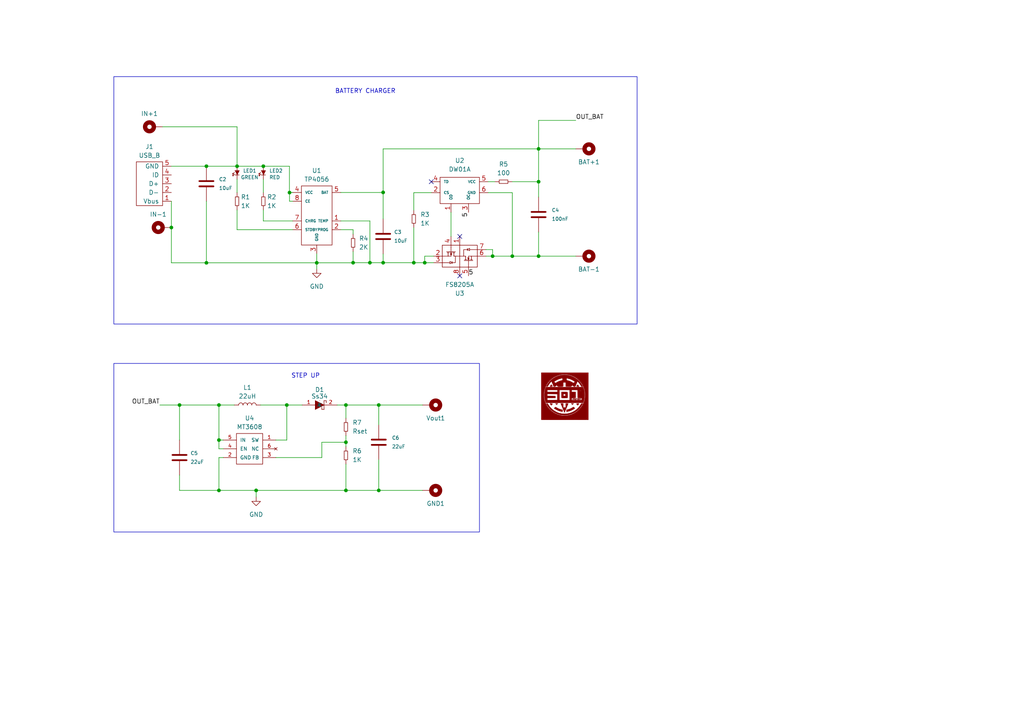
<source format=kicad_sch>
(kicad_sch (version 20230121) (generator eeschema)
  (paper "A4")
  (title_block (title "TP N°5 \"Cargador de baterias\"") (date "2023-11-18") (company "E.ES.T N°5 \"2 DE ABRIL\"") (comment 1 "Joaquin fernandez - Selene mereles - Catalina lacuadra"))
  (lib_symbols
    (symbol "Device:L" (pin_numbers hide) (pin_names (offset 1.016) hide)
      (property "Reference" "L" (at -1.27 0 90))
      (property "Value" "L" (at 1.905 0 90))
      (symbol "L_0_1"
        (arc (start 0 -2.54) (mid 0.6323 -1.905) (end 0 -1.27))
        (arc (start 0 -1.27) (mid 0.6323 -0.635) (end 0 0))
        (arc (start 0 0) (mid 0.6323 0.635) (end 0 1.27))
        (arc (start 0 1.27) (mid 0.6323 1.905) (end 0 2.54))
      )
      (symbol "L_1_1"
        (pin passive line (at 0 3.81 270) (length 1.27) (name "1") (number "1"))
        (pin passive line (at 0 -3.81 90) (length 1.27) (name "2") (number "2"))
      )
    )
    (symbol "EESTN5:C" (pin_numbers hide) (pin_names (offset 0.254))
      (property "Reference" "C" (at 0 2.54 0))
      (property "Value" "C" (at 0.1524 -2.159 0))
      (symbol "C_0_1"
        (polyline (pts (xy -2.032 -0.762) (xy 2.032 -0.762)) (stroke (width 0.508)))
        (polyline (pts (xy -2.032 0.762) (xy 2.032 0.762)) (stroke (width 0.508)))
      )
      (symbol "C_1_1"
        (pin passive line (at 0 5.08 270) (length 4.318) (name "~") (number "1"))
        (pin passive line (at 0 -5.08 90) (length 4.318) (name "~") (number "2"))
      )
    )
    (symbol "EESTN5:LED" (pin_numbers hide) (pin_names (offset 1.016) hide)
      (property "Reference" "LED" (at 0 2.54 0))
      (property "Value" "LED" (at 0 -2.54 0))
      (symbol "LED_0_1"
        (polyline (pts (xy 0.508 -0.762) (xy 1.016 -1.27) (xy 1.016 -1.27)))
        (polyline (pts (xy 1.016 -0.762) (xy 1.524 -1.27) (xy 1.524 -1.27)))
        (polyline (pts (xy 1.27 -0.635) (xy 1.27 0.635) (xy 1.27 0.635)))
        (polyline (pts (xy 1.27 0) (xy 0 0.635) (xy 0 -0.635) (xy 0 -0.635)) (fill (type outline)))
        (polyline (pts (xy 1.524 -1.27) (xy 1.27 -1.27) (xy 1.524 -1.016) (xy 1.524 -1.27) (xy 1.524 -1.27)) (fill (type outline)))
        (polyline (pts (xy 1.016 -1.27) (xy 0.762 -1.27) (xy 1.016 -1.016) (xy 1.016 -1.27) (xy 1.016 -1.27) (xy 1.016 -1.27)) (fill (type outline)))
      )
      (symbol "LED_1_1"
        (pin passive line (at -1.27 0 0) (length 1.27) (name "A") (number "1"))
        (pin passive line (at 2.54 0 180) (length 1.27) (name "K") (number "2"))
      )
    )
    (symbol "EESTN5:R" (pin_numbers hide) (pin_names (offset 0))
      (property "Reference" "R" (at -1.27 0 90))
      (property "Value" "R" (at 1.27 0 90))
      (symbol "R_0_1"
        (rectangle (start 0.508 1.27) (end -0.508 -1.27))
      )
      (symbol "R_1_1"
        (pin passive line (at 0 2.54 270) (length 1.27) (name "~") (number "1"))
        (pin passive line (at 0 -2.54 90) (length 1.27) (name "~") (number "2"))
      )
    )
    (symbol "MacroLib:DW01A" (pin_names (offset 1.016))
      (property "Reference" "U" (at 0 6.985 0))
      (property "Value" "DW01A" (at 0 5.08 0))
      (symbol "DW01A_0_1"
        (rectangle (start -5.715 3.81) (end 5.715 -3.81))
      )
      (symbol "DW01A_1_1"
        (pin passive line (at -2.54 -6.35 90) (length 2.54) (name "OD") (number "1"))
        (pin passive line (at -8.255 -0.635 0) (length 2.54) (name "CS") (number "2"))
        (pin passive line (at 2.54 -6.35 90) (length 2.54) (name "OC") (number "3"))
        (pin passive line (at -8.255 2.54 0) (length 2.54) (name "TD") (number "4"))
        (pin passive line (at 8.255 2.54 180) (length 2.54) (name "VCC") (number "5"))
        (pin passive line (at 8.255 -0.635 180) (length 2.54) (name "GND") (number "6"))
      )
    )
    (symbol "MacroLib:FS8205A" (pin_names (offset 1.016))
      (property "Reference" "U" (at -10.16 -7.62 0))
      (property "Value" "FS8205A" (at -6.985 -5.08 0))
      (symbol "FS8205A_0_1"
        (rectangle (start -5.08 3.175) (end 5.08 -3.175))
        (rectangle (start -2.8448 -2.1844) (end -2.8448 -1.5494))
        (rectangle (start -2.2098 -2.1844) (end -2.2098 -1.5494))
        (polyline (pts (xy -5.08 -1.905) (xy -2.8702 -1.905)))
        (polyline (pts (xy -3.81 1.27) (xy -1.27 1.27)))
        (polyline (pts (xy -3.6322 0.9906) (xy -3.1242 0.9906)))
        (polyline (pts (xy -3.3782 0) (xy -3.3782 0.5588)))
        (polyline (pts (xy -3.3782 0.9906) (xy -3.3782 0.4826)))
        (polyline (pts (xy -2.8448 -2.2098) (xy -2.2352 -1.905)))
        (polyline (pts (xy -2.8448 -1.5494) (xy -2.2352 -1.8034)))
        (polyline (pts (xy -2.7686 0.9906) (xy -2.2606 0.9906)))
        (polyline (pts (xy -2.7178 0.4826) (xy -2.3114 0.4826)))
        (polyline (pts (xy -2.6162 0.4826) (xy -2.5654 0.635)))
        (polyline (pts (xy -2.54 1.27) (xy -2.54 2.54)))
        (polyline (pts (xy -2.54 2.54) (xy -2.54 3.175)))
        (polyline (pts (xy -2.5146 0) (xy -3.4036 0)))
        (polyline (pts (xy -2.5146 0.9398) (xy -2.7178 0.4826)))
        (polyline (pts (xy -2.5146 0.9398) (xy -2.3114 0.4826)))
        (polyline (pts (xy -2.5146 0.9906) (xy -2.5146 0)))
        (polyline (pts (xy -2.413 0.4826) (xy -2.4638 0.6858)))
        (polyline (pts (xy -1.9558 0.9906) (xy -1.4478 0.9906)))
        (polyline (pts (xy -1.7018 0) (xy -1.0414 0)))
        (polyline (pts (xy -1.7018 0.4826) (xy -1.7018 0.0762)))
        (polyline (pts (xy -1.7018 0.9906) (xy -1.7018 0.4826)))
        (polyline (pts (xy 0 -3.175) (xy 0 0)))
        (polyline (pts (xy 0 3.175) (xy 0 0)))
        (polyline (pts (xy 2.54 -3.175) (xy 2.54 -1.27)))
        (polyline (pts (xy 2.8448 1.6002) (xy 2.2352 1.8542)))
        (polyline (pts (xy 2.8448 2.2606) (xy 2.2352 1.9558)))
        (polyline (pts (xy 3.3782 -0.508) (xy 3.3782 0)))
        (polyline (pts (xy 5.1054 1.905) (xy 2.8702 1.905)))
        (polyline (pts (xy -5.08 0) (xy -3.3782 0) (xy -3.3782 0.0762)))
        (polyline (pts (xy -2.2098 -1.8796) (xy -1.27 -1.8796) (xy -1.27 0)))
        (polyline (pts (xy -1.6764 0) (xy -1.7018 0) (xy -1.7018 0.127)))
        (polyline (pts (xy -1.0414 0) (xy 1.7018 0) (xy 1.7018 -0.2032)))
        (polyline (pts (xy 1.143 0) (xy 1.143 1.905) (xy 2.2098 1.905)))
        (polyline (pts (xy 2.5146 -0.9906) (xy 2.5146 0) (xy 3.3782 0)))
        (polyline (pts (xy 5.08 0) (xy 3.3782 0) (xy 3.3782 -0.1016)))
        (rectangle (start 2.2098 2.2352) (end 2.2098 1.6002))
        (rectangle (start 2.8448 2.2352) (end 2.8448 1.6002))
      )
      (symbol "FS8205A_1_1"
        (polyline (pts (xy 1.7018 -0.9906) (xy 1.7018 -0.4826)))
        (polyline (pts (xy 1.7018 -0.4826) (xy 1.7018 -0.0762)))
        (polyline (pts (xy 1.9558 -0.9906) (xy 1.4478 -0.9906)))
        (polyline (pts (xy 2.413 -0.4826) (xy 2.4638 -0.6858)))
        (polyline (pts (xy 2.5146 -0.9398) (xy 2.3114 -0.4826)))
        (polyline (pts (xy 2.5146 -0.9398) (xy 2.7178 -0.4826)))
        (polyline (pts (xy 2.6162 -0.4826) (xy 2.5654 -0.635)))
        (polyline (pts (xy 2.7178 -0.4826) (xy 2.3114 -0.4826)))
        (polyline (pts (xy 2.7686 -0.9906) (xy 2.2606 -0.9906)))
        (polyline (pts (xy 3.3782 -0.9906) (xy 3.3782 -0.4826)))
        (polyline (pts (xy 3.6322 -0.9906) (xy 3.1242 -0.9906)))
        (polyline (pts (xy 3.81 -1.27) (xy 1.27 -1.27)))
        (pin passive line (at 0 5.715 270) (length 2.54) (name "~") (number "1"))
        (pin passive line (at -7.62 0 0) (length 2.54) (name "~") (number "2"))
        (pin passive line (at -7.62 -1.905 0) (length 2.54) (name "~") (number "3"))
        (pin passive line (at -2.54 5.715 270) (length 2.54) (name "~") (number "4"))
        (pin passive line (at 2.54 -5.715 90) (length 2.54) (name "~") (number "5"))
        (pin passive line (at 7.62 0 180) (length 2.54) (name "~") (number "6"))
        (pin passive line (at 7.62 1.905 180) (length 2.54) (name "~") (number "7"))
        (pin passive line (at 0 -5.715 90) (length 2.54) (name "~") (number "8"))
      )
    )
    (symbol "MacroLib:MT3608" (pin_names (offset 1.016))
      (property "Reference" "U" (at 0 5.08 0))
      (property "Value" "MT3608" (at 0 3.175 0))
      (symbol "MT3608_0_1"
        (rectangle (start -3.81 1.905) (end 3.81 -6.985))
      )
      (symbol "MT3608_1_1"
        (pin passive line (at 7.62 0 180) (length 3.81) (name "SW") (number "1"))
        (pin power_in line (at -7.62 -5.08 0) (length 3.81) (name "GND") (number "2"))
        (pin passive line (at 7.62 -5.08 180) (length 3.81) (name "FB") (number "3"))
        (pin passive line (at -7.62 -2.54 0) (length 3.81) (name "EN") (number "4"))
        (pin power_in line (at -7.62 0 0) (length 3.81) (name "IN") (number "5"))
        (pin no_connect line (at 7.62 -2.54 180) (length 3.81) (name "NC") (number "6"))
      )
    )
    (symbol "MacroLib:TP4056" (pin_names (offset 1.016))
      (property "Reference" "U" (at 0 11.43 0))
      (property "Value" "TP4056" (at 0 9.525 0))
      (symbol "TP4056_0_1"
        (rectangle (start -4.445 8.255) (end 4.445 -8.89))
      )
      (symbol "TP4056_1_1"
        (pin passive line (at 6.985 -1.905 180) (length 2.54) (name "TEMP") (number "1"))
        (pin passive line (at 6.985 -4.445 180) (length 2.54) (name "PROG") (number "2"))
        (pin power_in line (at 0 -11.43 90) (length 2.54) (name "GND") (number "3"))
        (pin power_in line (at -6.985 6.35 0) (length 2.54) (name "VCC") (number "4"))
        (pin passive line (at 6.985 6.35 180) (length 2.54) (name "BAT") (number "5"))
        (pin input line (at -6.985 -4.445 0) (length 2.54) (name "STDBY") (number "6"))
        (pin passive line (at -6.985 -1.905 0) (length 2.54) (name "CHRG") (number "7"))
        (pin passive line (at -6.985 3.81 0) (length 2.54) (name "CE") (number "8"))
      )
    )
    (symbol "MacroLib:USB_B" (pin_names (offset 1.016))
      (property "Reference" "C" (at 0 -8.89 0))
      (property "Value" "USB_B" (at 0 5.08 0))
      (symbol "USB_B_0_1"
        (rectangle (start 6.35 -3.81) (end -6.35 3.81))
      )
      (symbol "USB_B_1_1"
        (pin bidirectional line (at -5.08 -6.35 90) (length 2.54) (name "Vbus") (number "1"))
        (pin bidirectional line (at -2.54 -6.35 90) (length 2.54) (name "D-") (number "2"))
        (pin bidirectional line (at 0 -6.35 90) (length 2.54) (name "D+") (number "3"))
        (pin bidirectional line (at 2.54 -6.35 90) (length 2.54) (name "ID") (number "4"))
        (pin power_out line (at 5.08 -6.35 90) (length 2.54) (name "GND") (number "5"))
      )
    )
    (symbol "Mechanical:MountingHole_Pad" (pin_numbers hide) (pin_names (offset 1.016) hide)
      (property "Reference" "H" (at 0 6.35 0))
      (property "Value" "MountingHole_Pad" (at 0 4.445 0))
      (symbol "MountingHole_Pad_0_1"
        (circle (center 0 1.27) (radius 1.27) (stroke (width 1.27)))
      )
      (symbol "MountingHole_Pad_1_1"
        (pin input line (at 0 -2.54 90) (length 2.54) (name "1") (number "1"))
      )
    )
    (symbol "SimbolosSaul_sym:ss34"
      (property "Reference" "D" (at 0 4.445 0))
      (symbol "ss34_0_1"
        (rectangle (start -1.27 -1.27) (end -1.27 -1.27))
        (rectangle (start -1.27 1.27) (end -1.27 -1.27))
        (rectangle (start 0 1.27) (end 0 1.27))
        (rectangle (start 0.635 -1.27) (end 1.27 -1.27))
        (rectangle (start 0.635 -0.635) (end 0.635 -1.27))
        (rectangle (start 1.27 1.27) (end 1.905 1.27))
        (rectangle (start 1.905 1.27) (end 1.905 0.635))
      )
      (symbol "ss34_1_1"
        (polyline (pts (xy 1.27 1.27) (xy 1.27 -1.27)) (stroke (width 0.1524)))
        (polyline (pts (xy -1.27 1.27) (xy 1.27 0) (xy -1.27 -1.27)) (fill (type outline)))
        (pin passive line (at -5.08 0 0) (length 3.81) (name "A") (number "1"))
        (pin passive line (at 5.08 0 180) (length 3.81) (name "K") (number "2"))
      )
    )
    (symbol "logo:LOGO" (pin_names (offset 1.016))
      (symbol "LOGO_0_0"
        (polyline (pts (xy -2.3743 -2.4284) (xy -2.3009 -2.3654) (xy -2.2019 -2.2687) (xy -2.0282 -2.0907) (xy -2.376 -2.0907) (xy -2.7238 -2.0907) (xy -2.5741 -2.2649) (xy -2.5173 -2.3292) (xy -2.4404 -2.4097) (xy -2.4 -2.4428) (xy -2.3743 -2.4284)) (stroke (width 0.01)) (fill (type outline)))
        (polyline (pts (xy 2.2197 -2.4302) (xy 2.2846 -2.3656) (xy 2.3799 -2.2687) (xy 2.5536 -2.0907) (xy 2.2019 -2.0907) (xy 1.8503 -2.0907) (xy 2.024 -2.2687) (xy 2.0971 -2.3431) (xy 2.1714 -2.4177) (xy 2.2019 -2.4466) (xy 2.2197 -2.4302)) (stroke (width 0.01)) (fill (type outline)))
        (polyline (pts (xy 3.6231 -0.9391) (xy 3.6357 -0.852) (xy 3.6388 -0.8246) (xy 3.6396 -0.7128) (xy 3.605 -0.6722) (xy 3.5272 -0.6909) (xy 3.4997 -0.7031) (xy 3.4716 -0.7261) (xy 3.5253 -0.7441) (xy 3.5769 -0.7796) (xy 3.6103 -0.8818) (xy 3.6154 -0.9413) (xy 3.6231 -0.9391)) (stroke (width 0.01)) (fill (type outline)))
        (polyline (pts (xy -3.83 -2.5254) (xy -3.7217 -2.4307) (xy -3.6091 -2.3024) (xy -3.5789 -2.2065) (xy -3.6321 -2.1407) (xy -3.7695 -2.1028) (xy -3.9918 -2.0907) (xy -4.3251 -2.0907) (xy -4.2474 -2.2131) (xy -4.2392 -2.2258) (xy -4.1546 -2.351) (xy -4.0614 -2.4809) (xy -3.9531 -2.6264) (xy -3.83 -2.5254)) (stroke (width 0.01)) (fill (type outline)))
        (polyline (pts (xy -3.9689 2.808) (xy -3.7979 2.8184) (xy -3.6896 2.8464) (xy -3.6193 2.8982) (xy -3.6084 2.9103) (xy -3.5768 2.9579) (xy -3.5827 3.0059) (xy -3.6349 3.0748) (xy -3.7423 3.185) (xy -3.9431 3.3859) (xy -4.1254 3.1202) (xy -4.1369 3.1034) (xy -4.2194 2.9734) (xy -4.2715 2.8753) (xy -4.2823 2.8291) (xy -4.2376 2.8177) (xy -4.1266 2.8095) (xy -3.977 2.8079) (xy -3.9689 2.808)) (stroke (width 0.01)) (fill (type outline)))
        (polyline (pts (xy 2.3961 -0.9513) (xy 2.4254 -0.883) (xy 2.4388 -0.788) (xy 2.433 -0.7037) (xy 2.4049 -0.6673) (xy 2.3727 -0.6996) (xy 2.3576 -0.7874) (xy 2.3569 -0.8212) (xy 2.3429 -0.8746) (xy 2.3042 -0.8541) (xy 2.273 -0.8303) (xy 2.1819 -0.8017) (xy 2.1688 -0.8028) (xy 2.1584 -0.8278) (xy 2.2242 -0.8896) (xy 2.2267 -0.8916) (xy 2.3169 -0.9476) (xy 2.3799 -0.963) (xy 2.3961 -0.9513)) (stroke (width 0.01)) (fill (type outline)))
        (polyline (pts (xy 2.8963 -0.8341) (xy 2.9043 -0.7436) (xy 2.8898 -0.6825) (xy 2.8396 -0.6673) (xy 2.7771 -0.6903) (xy 2.708 -0.7664) (xy 2.655 -0.8656) (xy 2.6107 -0.7664) (xy 2.5736 -0.703) (xy 2.5288 -0.6673) (xy 2.5246 -0.6673) (xy 2.4953 -0.6822) (xy 2.5057 -0.736) (xy 2.5589 -0.8474) (xy 2.5845 -0.894) (xy 2.6446 -0.9662) (xy 2.6984 -0.9535) (xy 2.7585 -0.8563) (xy 2.8178 -0.734) (xy 2.8462 -0.8674) (xy 2.8746 -1.0009) (xy 2.8963 -0.8341)) (stroke (width 0.01)) (fill (type outline)))
        (polyline (pts (xy 3.7783 -2.5911) (xy 3.8468 -2.5059) (xy 3.9292 -2.3928) (xy 4.0088 -2.2756) (xy 4.0688 -2.1779) (xy 4.0925 -2.1237) (xy 4.092 -2.1219) (xy 4.0432 -2.1061) (xy 3.9301 -2.095) (xy 3.7749 -2.0907) (xy 3.6912 -2.0915) (xy 3.542 -2.1012) (xy 3.4517 -2.1254) (xy 3.3995 -2.1686) (xy 3.3798 -2.2015) (xy 3.379 -2.2543) (xy 3.4245 -2.3254) (xy 3.5262 -2.4355) (xy 3.6106 -2.5189) (xy 3.6958 -2.5951) (xy 3.7405 -2.6245) (xy 3.7783 -2.5911)) (stroke (width 0.01)) (fill (type outline)))
        (polyline (pts (xy 3.9513 2.8069) (xy 4.0527 2.8182) (xy 4.0925 2.8393) (xy 4.088 2.8566) (xy 4.0468 2.9365) (xy 3.9769 3.0495) (xy 3.8961 3.1687) (xy 3.8222 3.2674) (xy 3.7729 3.3191) (xy 3.7504 3.3191) (xy 3.6766 3.2775) (xy 3.5805 3.199) (xy 3.4844 3.1046) (xy 3.4104 3.0151) (xy 3.3807 2.9513) (xy 3.3941 2.9125) (xy 3.4586 2.8505) (xy 3.4614 2.8489) (xy 3.5431 2.8262) (xy 3.6698 2.8113) (xy 3.8147 2.8047) (xy 3.9513 2.8069)) (stroke (width 0.01)) (fill (type outline)))
        (polyline (pts (xy -0.6881 -4.4297) (xy -0.6761 -4.3282) (xy -0.673 -4.186) (xy -0.6766 -3.9277) (xy -1.0389 -3.8504) (xy -1.1629 -3.8221) (xy -1.511 -3.72) (xy -1.8541 -3.5815) (xy -2.214 -3.397) (xy -2.6125 -3.1568) (xy -2.6152 -3.1551) (xy -2.6736 -3.1265) (xy -2.728 -3.1329) (xy -2.8001 -3.1842) (xy -2.9118 -3.29) (xy -3.112 -3.4864) (xy -2.8571 -3.6585) (xy -2.3225 -3.9741) (xy -1.7273 -4.2307) (xy -1.1121 -4.4034) (xy -1.0405 -4.4178) (xy -0.8774 -4.4469) (xy -0.7571 -4.4631) (xy -0.7017 -4.4631) (xy -0.6881 -4.4297)) (stroke (width 0.01)) (fill (type outline)))
        (polyline (pts (xy 4.6604 -0.9474) (xy 4.6409 -0.873) (xy 4.5894 -0.7801) (xy 4.5256 -0.7008) (xy 4.4694 -0.6673) (xy 4.4399 -0.6711) (xy 4.4039 -0.7032) (xy 4.3878 -0.7461) (xy 4.3342 -0.8256) (xy 4.2913 -0.8757) (xy 4.2738 -0.8722) (xy 4.2836 -0.7896) (xy 4.2865 -0.767) (xy 4.2806 -0.6852) (xy 4.2498 -0.6718) (xy 4.2086 -0.7372) (xy 4.2016 -0.7927) (xy 4.2277 -0.8929) (xy 4.2825 -0.9654) (xy 4.3376 -0.96) (xy 4.3958 -0.8674) (xy 4.4041 -0.8497) (xy 4.4616 -0.7695) (xy 4.5168 -0.7773) (xy 4.5763 -0.8732) (xy 4.6209 -0.9487) (xy 4.6535 -0.9663) (xy 4.6604 -0.9474)) (stroke (width 0.01)) (fill (type outline)))
        (polyline (pts (xy 0.6339 -4.4656) (xy 0.8762 -4.4165) (xy 1.2153 -4.3297) (xy 1.5451 -4.2274) (xy 1.8258 -4.1211) (xy 1.9549 -4.0615) (xy 2.1422 -3.966) (xy 2.3399 -3.8575) (xy 2.53 -3.7466) (xy 2.6944 -3.6439) (xy 2.8153 -3.56) (xy 2.8746 -3.5053) (xy 2.8742 -3.4837) (xy 2.8326 -3.4108) (xy 2.755 -3.3148) (xy 2.6624 -3.2182) (xy 2.5754 -3.1437) (xy 2.5148 -3.1138) (xy 2.4676 -3.1311) (xy 2.3659 -3.1872) (xy 2.2378 -3.2686) (xy 2.1626 -3.3174) (xy 1.8209 -3.5046) (xy 1.4359 -3.6721) (xy 1.0432 -3.8055) (xy 0.6784 -3.8909) (xy 0.4893 -3.9224) (xy 0.4893 -4.2065) (xy 0.4893 -4.4906) (xy 0.6339 -4.4656)) (stroke (width 0.01)) (fill (type outline)))
        (polyline (pts (xy 3.1811 -0.978) (xy 3.2833 -0.9456) (xy 3.3574 -0.8474) (xy 3.3621 -0.8381) (xy 3.4069 -0.7455) (xy 3.4252 -0.6968) (xy 3.4219 -0.6895) (xy 3.3663 -0.6684) (xy 3.2728 -0.6569) (xy 3.1813 -0.658) (xy 3.1315 -0.6747) (xy 3.1463 -0.6998) (xy 3.2224 -0.7117) (xy 3.3033 -0.7153) (xy 3.3321 -0.7429) (xy 3.3093 -0.8193) (xy 3.2686 -0.8634) (xy 3.1758 -0.8897) (xy 3.1561 -0.8892) (xy 3.0871 -0.8622) (xy 3.0694 -0.7758) (xy 3.058 -0.7049) (xy 3.0238 -0.6902) (xy 3.0233 -0.6905) (xy 2.9998 -0.7496) (xy 2.999 -0.855) (xy 3.0212 -0.9675) (xy 3.0626 -0.9754) (xy 3.1572 -0.9786) (xy 3.1811 -0.978)) (stroke (width 0.01)) (fill (type outline)))
        (polyline (pts (xy 4.0538 -0.9735) (xy 4.1197 -0.95) (xy 4.137 -0.8996) (xy 4.1351 -0.8724) (xy 4.0904 -0.7563) (xy 4.0057 -0.6672) (xy 3.9077 -0.6355) (xy 3.9053 -0.6357) (xy 3.8309 -0.6784) (xy 3.7615 -0.7672) (xy 3.72 -0.8626) (xy 3.8023 -0.8626) (xy 3.8256 -0.8007) (xy 3.8881 -0.7298) (xy 3.964 -0.719) (xy 4.021 -0.7821) (xy 4.0342 -0.8188) (xy 4.048 -0.8711) (xy 4.048 -0.8714) (xy 4.0074 -0.8843) (xy 3.913 -0.8897) (xy 3.8373 -0.8863) (xy 3.8023 -0.8626) (xy 3.72 -0.8626) (xy 3.7178 -0.8676) (xy 3.721 -0.9448) (xy 3.7344 -0.9542) (xy 3.8154 -0.9717) (xy 3.9394 -0.9786) (xy 4.0538 -0.9735)) (stroke (width 0.01)) (fill (type outline)))
        (polyline (pts (xy -0.0802 -4.6703) (xy -0.0453 -4.5916) (xy 0.016 -4.4484) (xy 0.0987 -4.2529) (xy 0.1975 -4.0172) (xy 0.3076 -3.7535) (xy 0.4238 -3.4741) (xy 0.5411 -3.191) (xy 0.6543 -2.9166) (xy 0.7585 -2.6629) (xy 0.8485 -2.4422) (xy 0.9194 -2.2667) (xy 0.966 -2.1486) (xy 0.9648 -2.1267) (xy 0.9192 -2.1053) (xy 0.8102 -2.094) (xy 0.6251 -2.0907) (xy 0.262 -2.0907) (xy 0.2756 -2.6691) (xy 0.2768 -2.7222) (xy 0.28 -2.9469) (xy 0.2774 -3.0988) (xy 0.2678 -3.1911) (xy 0.2499 -3.2374) (xy 0.2224 -3.2511) (xy 0.1461 -3.2531) (xy 0.0103 -3.2549) (xy -0.1557 -3.2561) (xy -0.4671 -3.2574) (xy -0.4795 -2.6741) (xy -0.4919 -2.0907) (xy -0.8414 -2.0907) (xy -1.1909 -2.0907) (xy -0.7709 -3.1027) (xy -0.6993 -3.2755) (xy -0.5767 -3.5722) (xy -0.4622 -3.8503) (xy -0.3624 -4.094) (xy -0.2837 -4.2873) (xy -0.2327 -4.4145) (xy -0.2235 -4.4376) (xy -0.1637 -4.5725) (xy -0.1146 -4.6598) (xy -0.086 -4.6814) (xy -0.0802 -4.6703)) (stroke (width 0.01)) (fill (type outline)))
        (polyline (pts (xy -0.2429 -0.5035) (xy -0.0018 -0.5027) (xy 0.2351 -0.501) (xy 0.45 -0.4986) (xy 0.6252 -0.4955) (xy 0.7431 -0.4919) (xy 0.7472 -0.4909) (xy 0.7663 -0.4563) (xy 0.7799 -0.366) (xy 0.7884 -0.2116) (xy 0.7925 0.0151) (xy 0.7925 0.3225) (xy 0.7902 0.5663) (xy 0.7861 0.8023) (xy 0.7807 0.9951) (xy 0.7743 1.1294) (xy 0.7674 1.1899) (xy 0.7607 1.1986) (xy 0.7108 1.217) (xy 0.6069 1.2303) (xy 0.4403 1.2391) (xy 0.2023 1.244) (xy -0.116 1.2455) (xy -0.9786 1.2455) (xy -0.9786 0.3814) (xy -0.9782 0.1328) (xy -0.9778 0.089) (xy -0.4003 0.089) (xy -0.4003 0.3781) (xy -0.4003 0.6672) (xy -0.1112 0.6672) (xy 0.1779 0.6672) (xy 0.1779 0.3781) (xy 0.1779 0.089) (xy -0.1112 0.089) (xy -0.4003 0.089) (xy -0.9778 0.089) (xy -0.976 -0.1034) (xy -0.9711 -0.2716) (xy -0.9623 -0.3834) (xy -0.9488 -0.4506) (xy -0.9294 -0.4846) (xy -0.9033 -0.4972) (xy -0.8954 -0.4981) (xy -0.8144 -0.5009) (xy -0.6669 -0.5027) (xy -0.4705 -0.5036) (xy -0.2429 -0.5035)) (stroke (width 0.01)) (fill (type outline)))
        (polyline (pts (xy 0.1469 -5.4638) (xy 0.4651 -5.4501) (xy 0.7255 -5.4234) (xy 1.2185 -5.3287) (xy 1.9034 -5.1242) (xy 2.551 -4.8434) (xy 3.1554 -4.4903) (xy 3.711 -4.0689) (xy 4.2119 -3.5833) (xy 4.6523 -3.0375) (xy 5.0264 -2.4355) (xy 5.2123 -2.0907) (xy 5.0125 -2.0907) (xy 4.9085 -2.094) (xy 4.8285 -2.1173) (xy 4.7656 -2.1802) (xy 4.6904 -2.302) (xy 4.4147 -2.7346) (xy 3.9818 -3.2798) (xy 3.496 -3.7591) (xy 2.9632 -4.1697) (xy 2.3896 -4.5093) (xy 1.7813 -4.7752) (xy 1.1445 -4.9648) (xy 0.4851 -5.0757) (xy -0.1905 -5.1054) (xy -0.8765 -5.0511) (xy -1.5665 -4.9105) (xy -1.9648 -4.7846) (xy -2.5567 -4.5253) (xy -3.1214 -4.1923) (xy -3.6476 -3.7945) (xy -4.1238 -3.3409) (xy -4.5388 -2.8404) (xy -4.8811 -2.302) (xy -4.9408 -2.1975) (xy -5.0014 -2.1249) (xy -5.0746 -2.096) (xy -5.1894 -2.0907) (xy -5.2428 -2.0921) (xy -5.3428 -2.1043) (xy -5.3825 -2.1252) (xy -5.3774 -2.1416) (xy -5.3387 -2.2234) (xy -5.27 -2.3535) (xy -5.1813 -2.5127) (xy -5.0645 -2.7084) (xy -4.6537 -3.2856) (xy -4.1783 -3.8072) (xy -3.6458 -4.268) (xy -3.0633 -4.6629) (xy -2.4383 -4.9867) (xy -1.7781 -5.2343) (xy -1.0898 -5.4005) (xy -0.8572 -5.4312) (xy -0.544 -5.454) (xy -0.1994 -5.465) (xy 0.1469 -5.4638)) (stroke (width 0.01)) (fill (type outline)))
        (polyline (pts (xy -1.5069 -6.8411) (xy -0.7602 -6.8405) (xy 0.0111 -6.8395) (xy 6.8282 -6.8282) (xy 6.8282 0) (xy 6.8282 6.8282) (xy 0.0111 6.8395) (xy -6.8059 6.8507) (xy -6.8085 5.7496) (xy -6.8087 5.5905) (xy -6.809 5.333) (xy -6.8092 4.999) (xy -6.8093 4.5954) (xy -6.8094 4.1288) (xy -6.8094 3.606) (xy -6.8094 3.0336) (xy -6.8093 2.4182) (xy -6.8092 1.7667) (xy -6.809 1.0857) (xy -6.8088 0.3818) (xy -6.8088 0.3747) (xy -6.0865 0.3747) (xy -6.075 0.8238) (xy -6.034 1.2233) (xy -6.0155 1.3363) (xy -5.8493 2.0482) (xy -5.6042 2.7278) (xy -5.2843 3.3687) (xy -4.8938 3.9647) (xy -4.4366 4.5092) (xy -3.917 4.996) (xy -3.3389 5.4188) (xy -3.1142 5.5514) (xy -2.7925 5.7173) (xy -2.4446 5.8766) (xy -2.1033 6.0146) (xy -1.8016 6.1163) (xy -1.5884 6.1739) (xy -0.8754 6.3088) (xy -0.1575 6.3583) (xy 0.5574 6.3231) (xy 1.2612 6.2038) (xy 1.946 6.0013) (xy 2.6038 5.7163) (xy 2.8219 5.6011) (xy 3.2508 5.3404) (xy 3.6463 5.0458) (xy 4.0422 4.6932) (xy 4.312 4.4184) (xy 4.7686 3.8599) (xy 5.1502 3.2586) (xy 5.4548 2.6206) (xy 5.6807 1.9519) (xy 5.826 1.2586) (xy 5.8888 0.5467) (xy 5.8674 -0.1779) (xy 5.7598 -0.909) (xy 5.6307 -1.4118) (xy 5.3873 -2.0588) (xy 5.0681 -2.6732) (xy 4.679 -3.248) (xy 4.2261 -3.7765) (xy 3.7156 -4.2516) (xy 3.1535 -4.6665) (xy 2.5459 -5.0143) (xy 1.8989 -5.2881) (xy 1.8461 -5.3063) (xy 1.5975 -5.3829) (xy 1.3241 -5.4567) (xy 1.076 -5.514) (xy 1.0082 -5.5271) (xy 0.6681 -5.5766) (xy 0.2907 -5.6104) (xy -0.093 -5.627) (xy -0.4523 -5.625) (xy -0.7562 -5.6027) (xy -1.2876 -5.5144) (xy -1.9965 -5.321) (xy -2.6704 -5.0471) (xy -3.3049 -4.695) (xy -3.8954 -4.2668) (xy -4.4376 -3.7648) (xy -4.6971 -3.4759) (xy -5.1259 -2.8978) (xy -5.4823 -2.2718) (xy -5.7623 -1.6056) (xy -5.9618 -0.9067) (xy -6.0258 -0.5374) (xy -6.0697 -0.0903) (xy -6.0865 0.3747) (xy -6.8088 0.3747) (xy -6.8085 -0.3382) (xy -6.8082 -1.0676) (xy -6.8081 -1.1837) (xy -6.8078 -1.8861) (xy -6.8075 -2.5631) (xy -6.8071 -3.2094) (xy -6.8069 -3.8196) (xy -6.8066 -4.3885) (xy -6.8064 -4.9108) (xy -6.8062 -5.3812) (xy -6.806 -5.7944) (xy -6.8058 -6.1452) (xy -6.8057 -6.4281) (xy -6.8057 -6.6379) (xy -6.8056 -6.7694) (xy -6.8057 -6.8172) (xy -6.7992 -6.8187) (xy -6.7227 -6.8223) (xy -6.5638 -6.8257) (xy -6.3275 -6.8287) (xy -6.0185 -6.8315) (xy -5.6416 -6.834) (xy -5.2017 -6.8361) (xy -4.7035 -6.8379) (xy -4.1518 -6.8393) (xy -3.5515 -6.8404) (xy -2.9074 -6.841) (xy -2.2243 -6.8413) (xy -1.5069 -6.8411)) (stroke (width 0.01)) (fill (type outline)))
        (polyline (pts (xy -0.0923 -1.9018) (xy 5.3158 -1.8905) (xy 5.4573 -1.468) (xy 5.5545 -1.149) (xy 5.6597 -0.6752) (xy 5.7193 -0.1822) (xy 5.7382 0.3612) (xy 5.7378 0.4557) (xy 5.7132 0.998) (xy 5.6475 1.4904) (xy 5.5361 1.9604) (xy 5.3739 2.4355) (xy 5.2832 2.669) (xy -0.0957 2.669) (xy -5.4746 2.669) (xy -5.5648 2.4586) (xy -5.6198 2.3172) (xy -5.7171 2.0029) (xy -5.8044 1.6409) (xy -5.8755 1.2577) (xy -5.8771 1.2455) (xy -5.0711 1.2455) (xy -5.0711 1.5347) (xy -5.0711 1.8238) (xy -3.6031 1.8238) (xy -2.1352 1.8238) (xy -2.1352 1.5347) (xy -2.1352 1.2455) (xy -3.6031 1.2455) (xy -5.0711 1.2455) (xy -5.8771 1.2455) (xy -5.9245 0.88) (xy -5.9509 0.4092) (xy -5.9205 -0.2408) (xy -5.81 -0.8955) (xy -5.7478 -1.1133) (xy -5.0711 -1.1133) (xy 1.9573 -1.1133) (xy 1.9573 -0.8103) (xy 1.9573 -0.5073) (xy 2.3687 -0.518) (xy 2.4447 -0.5195) (xy 2.6482 -0.5197) (xy 2.8262 -0.5146) (xy 2.947 -0.5051) (xy 3.1138 -0.4815) (xy 3.1138 0.382) (xy 3.1138 1.2455) (xy 2.5356 1.2455) (xy 1.9573 1.2455) (xy 1.9573 1.5347) (xy 1.9573 1.8238) (xy 2.824 1.8238) (xy 3.6906 1.8238) (xy 3.987 1.8238) (xy 3.9925 1.8232) (xy 4.0563 1.7858) (xy 4.1403 1.7087) (xy 4.2482 1.5936) (xy 4.2763 1.7198) (xy 4.2807 1.7394) (xy 4.2969 1.7987) (xy 4.3049 1.7806) (xy 4.3096 1.6792) (xy 4.3099 1.6563) (xy 4.4039 1.6563) (xy 4.4245 1.669) (xy 4.4928 1.6459) (xy 4.5314 1.6274) (xy 4.5729 1.6331) (xy 4.5818 1.711) (xy 4.593 1.7857) (xy 4.6263 1.8238) (xy 4.6557 1.7954) (xy 4.6708 1.711) (xy 4.6724 1.6631) (xy 4.6945 1.6223) (xy 4.7597 1.6459) (xy 4.8287 1.6674) (xy 4.8456 1.6369) (xy 4.7953 1.5658) (xy 4.7348 1.5318) (xy 4.6263 1.5124) (xy 4.5398 1.5258) (xy 4.4431 1.5797) (xy 4.4039 1.6563) (xy 4.3099 1.6563) (xy 4.31 1.649) (xy 4.3009 1.5517) (xy 4.2791 1.5124) (xy 4.2588 1.5212) (xy 4.1872 1.5773) (xy 4.0925 1.6681) (xy 4.0407 1.7247) (xy 3.9882 1.796) (xy 3.987 1.8238) (xy 3.6906 1.8238) (xy 3.6927 1.6222) (xy 3.8701 1.6222) (xy 3.8924 1.6427) (xy 3.9633 1.638) (xy 4.0467 1.6031) (xy 4.0783 1.5781) (xy 4.0912 1.5423) (xy 4.0627 1.5379) (xy 3.9854 1.5559) (xy 3.9063 1.5894) (xy 3.8701 1.6222) (xy 3.6927 1.6222) (xy 3.7025 0.6561) (xy 3.7144 -0.5116) (xy 4.137 -0.5175) (xy 4.2235 -0.5187) (xy 4.4289 -0.5221) (xy 4.6077 -0.5256) (xy 4.7285 -0.5286) (xy 4.8974 -0.5338) (xy 4.8842 -0.8118) (xy 4.8709 -1.0898) (xy 3.4141 -1.1016) (xy 1.9573 -1.1133) (xy -5.0711 -1.1133) (xy -5.0711 -0.8013) (xy -5.0711 -0.4893) (xy -3.8902 -0.4893) (xy -2.7092 -0.4893) (xy -2.7225 -0.2113) (xy -2.7357 0.0667) (xy -3.9034 0.0786) (xy -5.0711 0.0904) (xy -5.0711 0.3794) (xy -5.0711 0.6685) (xy -3.6143 0.6567) (xy -2.1574 0.645) (xy -2.1574 -0.2224) (xy -2.1574 -1.0898) (xy -3.6143 -1.1016) (xy -4.9217 -1.1121) (xy -1.5569 -1.1121) (xy -1.5569 0.3559) (xy -1.5569 1.8238) (xy -0.089 1.8238) (xy 1.379 1.8238) (xy 1.379 0.3559) (xy 1.379 -1.1121) (xy -0.089 -1.1121) (xy -1.5569 -1.1121) (xy -4.9217 -1.1121) (xy -5.0711 -1.1133) (xy -5.7478 -1.1133) (xy -5.6178 -1.5682) (xy -5.5004 -1.9131) (xy -0.0923 -1.9018)) (stroke (width 0.01)) (fill (type outline)))
        (polyline (pts (xy 1.9914 2.9979) (xy 2.2005 3.1955) (xy 2.4106 2.999) (xy 2.473 2.9421) (xy 2.5869 2.8545) (xy 2.6859 2.813) (xy 2.7995 2.8024) (xy 2.8655 2.8036) (xy 2.9274 2.8141) (xy 2.9808 2.8443) (xy 3.0328 2.9047) (xy 3.09 3.0058) (xy 3.1596 3.158) (xy 3.2484 3.3719) (xy 3.3633 3.658) (xy 3.4204 3.798) (xy 3.5084 4.0026) (xy 3.5845 4.1661) (xy 3.642 4.2747) (xy 3.6743 4.3141) (xy 3.6806 4.3134) (xy 3.7476 4.2691) (xy 3.8518 4.1661) (xy 3.9828 4.0177) (xy 4.1299 3.837) (xy 4.2828 3.6375) (xy 4.4307 3.4323) (xy 4.5633 3.2348) (xy 4.67 3.0582) (xy 4.7012 3.0025) (xy 4.7712 2.8885) (xy 4.8302 2.8289) (xy 4.9016 2.8061) (xy 5.0086 2.8024) (xy 5.0646 2.8039) (xy 5.1648 2.8162) (xy 5.2046 2.8369) (xy 5.1999 2.8524) (xy 5.1619 2.9331) (xy 5.0937 3.0622) (xy 5.0056 3.2205) (xy 5.0017 3.2273) (xy 4.6101 3.8267) (xy 4.1585 4.3657) (xy 3.6533 4.8415) (xy 3.1012 5.2513) (xy 2.5087 5.5921) (xy 1.8826 5.8613) (xy 1.2293 6.0558) (xy 0.5555 6.173) (xy -0.1322 6.2099) (xy -0.8272 6.1637) (xy -1.523 6.0316) (xy -2.0467 5.8736) (xy -2.704 5.5963) (xy -3.3153 5.2435) (xy -3.8789 4.8166) (xy -4.3929 4.3171) (xy -4.8555 3.7464) (xy -5.2647 3.1059) (xy -5.3096 3.0235) (xy -5.362 2.9157) (xy -5.3825 2.8562) (xy -5.3774 2.8464) (xy -5.3141 2.8237) (xy -5.2016 2.8146) (xy -5.1111 2.819) (xy -5.0169 2.8518) (xy -4.9499 2.9308) (xy -4.9371 2.9518) (xy -4.7702 3.2141) (xy -4.5967 3.4694) (xy -4.4243 3.708) (xy -4.2607 3.9201) (xy -4.1138 4.096) (xy -3.9913 4.226) (xy -3.901 4.3004) (xy -3.8506 4.3093) (xy -3.83 4.2715) (xy -3.7825 4.1691) (xy -3.0749 4.1691) (xy -3.0713 4.2329) (xy -3.0103 4.3031) (xy -2.8859 4.3931) (xy -2.6918 4.5162) (xy -2.6204 4.5595) (xy -2.2703 4.7471) (xy -1.8909 4.9154) (xy -1.5068 5.0554) (xy -1.1426 5.1577) (xy -0.8229 5.2133) (xy -0.6895 5.2268) (xy -0.6891 5.2168) (xy 0.4893 5.2168) (xy 0.7323 5.1882) (xy 0.792 5.1803) (xy 1.1431 5.1041) (xy 1.531 4.9781) (xy 1.932 4.8118) (xy 2.3228 4.6148) (xy 2.6797 4.3966) (xy 2.9451 4.2164) (xy 2.7533 4.021) (xy 2.661 3.9322) (xy 2.5687 3.8556) (xy 2.5152 3.8265) (xy 2.5094 3.8274) (xy 2.4406 3.8583) (xy 2.3234 3.9241) (xy 2.1797 4.0126) (xy 2.0558 4.0879) (xy 1.6659 4.2854) (xy 1.2446 4.4507) (xy 0.8341 4.5664) (xy 0.4893 4.6414) (xy 0.4893 4.9291) (xy 0.4893 5.2168) (xy -0.6891 5.2168) (xy -0.6764 4.9308) (xy -0.6634 4.6347) (xy -0.8544 4.6032) (xy -1.1006 4.5503) (xy -1.4694 4.4375) (xy -1.8483 4.2896) (xy -2.2042 4.1197) (xy -2.5042 3.941) (xy -2.555 3.9072) (xy -2.6525 3.8487) (xy -2.7063 3.8256) (xy -2.7401 3.8436) (xy -2.8233 3.9085) (xy -2.9314 4.0044) (xy -2.9353 4.008) (xy -3.0275 4.0986) (xy -3.0749 4.1691) (xy -3.7825 4.1691) (xy -3.7797 4.163) (xy -3.7068 3.9979) (xy -3.6173 3.79) (xy -3.5173 3.5531) (xy -3.2128 2.8247) (xy -3.007 2.8149) (xy -2.8893 2.8148) (xy -2.8023 2.8376) (xy -2.7165 2.8979) (xy -2.6018 3.0102) (xy -2.4025 3.2153) (xy -2.1818 3.0089) (xy -1.9611 2.8024) (xy -1.3253 2.8031) (xy -1.249 2.8033) (xy -1.018 2.8064) (xy -0.8182 2.8125) (xy -0.6689 2.8207) (xy -0.5894 2.8305) (xy -0.5878 2.8309) (xy -0.5473 2.8458) (xy -0.5198 2.8748) (xy -0.5027 2.9327) (xy -0.4936 3.0346) (xy -0.49 3.1955) (xy -0.4893 3.4304) (xy -0.4893 4.0035) (xy -0.1125 4.0035) (xy 0.2643 4.0035) (xy 0.2767 3.4141) (xy 0.2891 2.8247) (xy 1.0357 2.8125) (xy 1.7822 2.8003) (xy 1.9914 2.9979)) (stroke (width 0.01)) (fill (type outline)))
      )
    )
    (symbol "power:GND" (power) (pin_names (offset 0))
      (property "Value" "GND" (at 0 -3.81 0))
      (symbol "GND_0_1"
        (polyline (pts (xy 0 0) (xy 0 -1.27) (xy 1.27 -1.27) (xy 0 -2.54) (xy -1.27 -1.27) (xy 0 -1.27)))
      )
      (symbol "GND_1_1"
        (pin power_in line (at 0 0 270) (length 0) hide (name "GND") (number "1"))
      )
    )
  )
  (junction (at 59.8678 48.2092))
  (junction (at 107.2896 76.2))
  (junction (at 49.7078 65.9892))
  (junction (at 100.33 117.475))
  (junction (at 109.855 117.475))
  (junction (at 156.21 43.18))
  (junction (at 74.295 142.24))
  (junction (at 63.5 127.635))
  (junction (at 63.5 142.24))
  (junction (at 156.21 74.295))
  (junction (at 109.855 142.24))
  (junction (at 63.5 117.475))
  (junction (at 100.33 128.27))
  (junction (at 120.015 76.2))
  (junction (at 100.33 142.24))
  (junction (at 83.9724 55.8546))
  (junction (at 83.185 117.475))
  (junction (at 111.125 76.2))
  (junction (at 59.8678 76.2254))
  (junction (at 148.59 74.295))
  (junction (at 76.3778 48.2092))
  (junction (at 111.125 55.8038))
  (junction (at 156.21 52.705))
  (junction (at 68.7578 48.2092))
  (junction (at 102.4128 76.2))
  (junction (at 123.19 76.2))
  (junction (at 142.875 74.295))
  (junction (at 52.07 117.475))
  (junction (at 91.8718 76.2254))
  (no_connect (at 133.35 80.01))
  (no_connect (at 125.095 52.705))
  (no_connect (at 133.35 68.58))
  (wire (pts (xy 120.015 66.04) (xy 120.015 76.2)))
  (wire (pts (xy 111.0996 55.8292) (xy 98.8568 55.8292)))
  (wire (pts (xy 156.21 43.18) (xy 111.125 43.18)))
  (wire (pts (xy 63.5 127.635) (xy 63.5 117.475)))
  (wire (pts (xy 76.3778 60.9092) (xy 76.3778 64.0842)))
  (wire (pts (xy 107.2896 64.0842) (xy 107.2896 76.2)))
  (wire (pts (xy 83.185 117.475) (xy 87.63 117.475)))
  (wire (pts (xy 98.8568 64.0842) (xy 107.2896 64.0842)))
  (wire (pts (xy 84.8868 66.6242) (xy 68.7578 66.6242)))
  (wire (pts (xy 93.345 132.715) (xy 93.345 128.27)))
  (wire (pts (xy 83.9724 55.8546) (xy 83.9724 58.3692)))
  (wire (pts (xy 49.7078 58.3692) (xy 49.7078 65.9892)))
  (wire (pts (xy 102.4128 76.2) (xy 107.2896 76.2)))
  (wire (pts (xy 148.59 74.295) (xy 156.21 74.295)))
  (wire (pts (xy 75.565 117.475) (xy 83.185 117.475)))
  (wire (pts (xy 76.3778 52.0192) (xy 76.3778 55.8292)))
  (wire (pts (xy 102.4128 66.6242) (xy 98.8568 66.6242)))
  (wire (pts (xy 47.1678 36.7792) (xy 68.7578 36.7792)))
  (wire (pts (xy 59.8678 48.2092) (xy 68.7578 48.2092)))
  (wire (pts (xy 84.2772 55.8292) (xy 84.8868 55.8292)))
  (wire (pts (xy 142.875 74.295) (xy 148.59 74.295)))
  (wire (pts (xy 74.295 142.24) (xy 100.33 142.24)))
  (wire (pts (xy 68.7578 48.2092) (xy 76.3778 48.2092)))
  (wire (pts (xy 156.21 52.705) (xy 156.21 43.18)))
  (wire (pts (xy 59.8678 58.3692) (xy 59.8678 76.2254)))
  (wire (pts (xy 80.01 132.715) (xy 93.345 132.715)))
  (wire (pts (xy 59.8678 76.2254) (xy 91.8718 76.2254)))
  (wire (pts (xy 120.015 55.88) (xy 120.015 60.96)))
  (wire (pts (xy 83.947 48.2092) (xy 76.3778 48.2092)))
  (wire (pts (xy 100.33 117.475) (xy 97.79 117.475)))
  (wire (pts (xy 100.33 142.24) (xy 109.855 142.24)))
  (wire (pts (xy 83.947 55.8546) (xy 83.9724 55.8546)))
  (wire (pts (xy 68.7578 66.6242) (xy 68.7578 60.9092)))
  (wire (pts (xy 84.2772 55.8546) (xy 84.2772 55.8292)))
  (wire (pts (xy 111.125 55.8038) (xy 111.125 63.5)))
  (wire (pts (xy 111.125 43.18) (xy 111.125 55.8038)))
  (wire (pts (xy 59.8678 76.2254) (xy 49.7078 76.2254)))
  (wire (pts (xy 100.33 126.365) (xy 100.33 128.27)))
  (wire (pts (xy 63.5 142.24) (xy 52.07 142.24)))
  (wire (pts (xy 63.5 130.175) (xy 63.5 127.635)))
  (wire (pts (xy 111.125 73.66) (xy 111.125 76.2)))
  (wire (pts (xy 148.59 52.705) (xy 156.21 52.705)))
  (wire (pts (xy 156.21 74.295) (xy 167.005 74.295)))
  (wire (pts (xy 91.8718 76.2254) (xy 91.8718 78.0034)))
  (wire (pts (xy 84.2772 55.8546) (xy 83.9724 55.8546)))
  (wire (pts (xy 148.59 55.88) (xy 148.59 74.295)))
  (wire (pts (xy 49.7078 48.2092) (xy 59.8678 48.2092)))
  (wire (pts (xy 100.33 117.475) (xy 109.855 117.475)))
  (wire (pts (xy 102.4128 76.2) (xy 102.4128 76.2254)))
  (wire (pts (xy 52.07 142.24) (xy 52.07 137.795)))
  (wire (pts (xy 156.21 43.18) (xy 167.005 43.18)))
  (wire (pts (xy 111.0996 55.8038) (xy 111.125 55.8038)))
  (wire (pts (xy 83.185 127.635) (xy 83.185 117.475)))
  (wire (pts (xy 100.33 121.285) (xy 100.33 117.475)))
  (wire (pts (xy 156.21 52.705) (xy 156.21 57.15)))
  (wire (pts (xy 130.81 61.595) (xy 130.81 68.58)))
  (wire (pts (xy 52.07 117.475) (xy 52.07 127.635)))
  (wire (pts (xy 63.5 132.715) (xy 63.5 142.24)))
  (wire (pts (xy 100.33 142.24) (xy 100.33 134.62)))
  (wire (pts (xy 102.4128 76.2254) (xy 91.8718 76.2254)))
  (wire (pts (xy 63.5 127.635) (xy 64.77 127.635)))
  (wire (pts (xy 141.605 52.705) (xy 143.51 52.705)))
  (wire (pts (xy 83.9724 58.3692) (xy 84.8868 58.3692)))
  (wire (pts (xy 156.21 43.18) (xy 156.21 34.925)))
  (wire (pts (xy 111.125 76.2) (xy 120.015 76.2)))
  (wire (pts (xy 156.21 67.31) (xy 156.21 74.295)))
  (wire (pts (xy 123.19 74.295) (xy 123.19 76.2)))
  (wire (pts (xy 111.0996 55.8038) (xy 111.0996 55.8292)))
  (wire (pts (xy 74.295 142.24) (xy 74.295 144.145)))
  (wire (pts (xy 64.77 132.715) (xy 63.5 132.715)))
  (wire (pts (xy 107.2896 76.2) (xy 111.125 76.2)))
  (wire (pts (xy 49.7078 76.2254) (xy 49.7078 65.9892)))
  (wire (pts (xy 109.855 142.24) (xy 122.555 142.24)))
  (wire (pts (xy 125.095 55.88) (xy 120.015 55.88)))
  (wire (pts (xy 76.3778 64.0842) (xy 84.8868 64.0842)))
  (wire (pts (xy 142.875 72.39) (xy 142.875 74.295)))
  (wire (pts (xy 63.5 117.475) (xy 67.945 117.475)))
  (wire (pts (xy 52.07 117.475) (xy 63.5 117.475)))
  (wire (pts (xy 109.855 117.475) (xy 122.555 117.475)))
  (wire (pts (xy 140.97 74.295) (xy 142.875 74.295)))
  (wire (pts (xy 100.33 128.27) (xy 100.33 129.54)))
  (wire (pts (xy 120.015 76.2) (xy 123.19 76.2)))
  (wire (pts (xy 46.355 117.475) (xy 52.07 117.475)))
  (wire (pts (xy 123.19 76.2) (xy 125.73 76.2)))
  (wire (pts (xy 109.855 133.35) (xy 109.855 142.24)))
  (wire (pts (xy 156.21 34.925) (xy 167.005 34.925)))
  (wire (pts (xy 83.947 48.2092) (xy 83.947 55.8546)))
  (wire (pts (xy 93.345 128.27) (xy 100.33 128.27)))
  (wire (pts (xy 80.01 127.635) (xy 83.185 127.635)))
  (wire (pts (xy 102.4128 72.9742) (xy 102.4128 76.2)))
  (wire (pts (xy 91.8718 73.6092) (xy 91.8718 76.2254)))
  (wire (pts (xy 63.5 142.24) (xy 74.295 142.24)))
  (wire (pts (xy 68.7578 36.7792) (xy 68.7578 48.2092)))
  (wire (pts (xy 109.855 117.475) (xy 109.855 123.19)))
  (wire (pts (xy 141.605 55.88) (xy 148.59 55.88)))
  (wire (pts (xy 63.5 130.175) (xy 64.77 130.175)))
  (wire (pts (xy 102.4128 66.6242) (xy 102.4128 67.8942)))
  (wire (pts (xy 125.73 74.295) (xy 123.19 74.295)))
  (wire (pts (xy 68.7578 52.0192) (xy 68.7578 55.8292)))
  (wire (pts (xy 140.97 72.39) (xy 142.875 72.39)))
  (rectangle (start 33.02 105.41) (end 139.065 154.305))
  (rectangle (start 33.02 22.225) (end 184.785 93.98))
  (text "STEP UP\n" (at 84.455 109.855 0) (effects (font (size 1.27 1.27)) (justify left bottom)))
  (text "BATTERY CHARGER\n" (at 97.155 27.305 0) (effects (font (size 1.27 1.27)) (justify left bottom)))
  (label "5" (at 135.89 61.595 270))
  (label "OUT_BAT" (at 167.005 34.925 0))
  (label "OUT_BAT" (at 46.355 117.475 180))
  (label "5" (at 135.89 80.01 0))
  (symbol (lib_id "EESTN5:R") (at 100.33 132.08 0) (unit 1)
    (property "Reference" "R6" (at 102.235 130.81 0) (effects (justify left)))
    (property "Value" "1K" (at 102.235 133.35 0) (effects (justify left)))
    (property "Footprint" "MacroLib:R_0603" (effects hide))
  )
  (symbol (lib_id "Mechanical:MountingHole_Pad") (at 125.095 142.24 270) (unit 1)
    (property "Reference" "GND1" (at 126.365 146.05 90))
    (property "Value" "MountingHole_Pad" (effects hide))
    (property "Footprint" "MacroLib:Clable" (effects hide))
  )
  (symbol (lib_id "SimbolosSaul_sym:ss34") (at 92.71 117.475 0) (unit 1)
    (property "Reference" "D1" (at 92.71 113.03 0))
    (property "Value" "Ss34" (at 92.71 114.935 0))
    (property "Footprint" "MacroLib:DO-214AB" (effects hide))
  )
  (symbol (lib_id "EESTN5:R") (at 100.33 123.825 0) (unit 1)
    (property "Reference" "R7" (at 102.235 122.555 0) (effects (justify left)))
    (property "Value" "Rset" (at 102.235 125.095 0) (effects (justify left)))
    (property "Footprint" "MacroLib:R_0603" (effects hide))
  )
  (symbol (lib_id "Mechanical:MountingHole_Pad") (at 169.545 43.18 270) (unit 1)
    (property "Reference" "BAT+1" (at 170.815 46.99 90))
    (property "Value" "MountingHole_Pad" (effects hide))
    (property "Footprint" "MacroLib:Clable" (effects hide))
  )
  (symbol (lib_id "MacroLib:DW01A") (at 133.35 55.245 0) (unit 1)
    (property "Reference" "U2" (at 133.35 46.5582 0))
    (property "Value" "DW01A" (at 133.35 49.0982 0))
    (property "Footprint" "MacroLib:SOT-23-6" (effects hide))
  )
  (symbol (lib_id "EESTN5:C") (at 52.07 132.715 0) (unit 1)
    (property "Reference" "C5" (at 55.245 131.445 0) (effects (font (size 1.016 1.016)) (justify left)))
    (property "Value" "22uF" (at 55.245 133.985 0) (effects (font (size 1.016 1.016)) (justify left)))
    (property "Footprint" "EESTN5:C_1206" (effects hide))
  )
  (symbol (lib_id "Mechanical:MountingHole_Pad") (at 169.545 74.295 270) (unit 1)
    (property "Reference" "BAT-1" (at 170.815 78.105 90))
    (property "Value" "MountingHole_Pad" (effects hide))
    (property "Footprint" "MacroLib:Clable" (effects hide))
  )
  (symbol (lib_id "EESTN5:C") (at 111.125 68.58 0) (unit 1)
    (property "Reference" "C3" (at 114.3 67.31 0) (effects (font (size 1.016 1.016)) (justify left)))
    (property "Value" "10uF" (at 114.3 69.85 0) (effects (font (size 1.016 1.016)) (justify left)))
    (property "Footprint" "MacroLib:C_0603" (effects hide))
  )
  (symbol (lib_id "EESTN5:R") (at 146.05 52.705 90) (unit 1)
    (property "Reference" "R5" (at 146.05 47.625 90))
    (property "Value" "100" (at 146.05 50.165 90))
    (property "Footprint" "MacroLib:R_0603" (effects hide))
  )
  (symbol (lib_id "Device:L") (at 71.755 117.475 90) (unit 1)
    (property "Reference" "L1" (at 71.755 112.395 90))
    (property "Value" "22uH" (at 71.755 114.935 90))
    (property "Footprint" "MacroLib:CDRH104R" (effects hide))
  )
  (symbol (lib_id "MacroLib:USB_B") (at 43.3578 53.2892 90) (unit 1)
    (property "Reference" "J1" (at 43.3578 42.545 90))
    (property "Value" "USB_B" (at 43.3578 45.085 90))
    (property "Footprint" "MacroLib:USB_Micro-B" (effects hide))
  )
  (symbol (lib_id "MacroLib:TP4056") (at 91.8718 62.1792 0) (unit 1)
    (property "Reference" "U1" (at 91.8718 49.4792 0))
    (property "Value" "TP4056" (at 91.8718 52.0192 0))
    (property "Footprint" "MacroLib:ESOP-8" (effects hide))
  )
  (symbol (lib_id "EESTN5:C") (at 59.8678 53.2892 0) (unit 1)
    (property "Reference" "C2" (at 63.5 52.0192 0) (effects (font (size 1.016 1.016)) (justify left)))
    (property "Value" "10uF" (at 63.5 54.5592 0) (effects (font (size 1.016 1.016)) (justify left)))
    (property "Footprint" "EESTN5:C_0805" (effects hide))
  )
  (symbol (lib_id "EESTN5:LED") (at 68.7578 49.4792 270) (unit 1)
    (property "Reference" "LED1" (at 70.485 49.53 90) (effects (font (size 1.016 1.016)) (justify left)))
    (property "Value" "GREEN" (at 69.85 51.435 90) (effects (font (size 1.016 1.016)) (justify left)))
    (property "Footprint" "EESTN5:Led_0805" (effects hide))
  )
  (symbol (lib_id "power:GND") (at 74.295 144.145 0) (unit 1)
    (property "Reference" "#PWR02" (effects hide))
    (property "Value" "GND" (at 74.295 149.225 0))
  )
  (symbol (lib_id "EESTN5:C") (at 109.855 128.27 0) (unit 1)
    (property "Reference" "C6" (at 113.665 127 0) (effects (font (size 1.016 1.016)) (justify left)))
    (property "Value" "22uF" (at 113.665 129.54 0) (effects (font (size 1.016 1.016)) (justify left)))
    (property "Footprint" "EESTN5:C_1206" (effects hide))
  )
  (symbol (lib_id "MacroLib:MT3608") (at 72.39 127.635 0) (unit 1)
    (property "Reference" "U4" (at 72.39 121.285 0))
    (property "Value" "MT3608" (at 72.39 123.825 0))
    (property "Footprint" "MacroLib:SOT-23-6" (effects hide))
  )
  (symbol (lib_id "EESTN5:R") (at 120.015 63.5 0) (unit 1)
    (property "Reference" "R3" (at 121.92 62.23 0) (effects (justify left)))
    (property "Value" "1K" (at 121.92 64.77 0) (effects (justify left)))
    (property "Footprint" "MacroLib:R_0603" (effects hide))
  )
  (symbol (lib_id "MacroLib:FS8205A") (at 133.35 74.295 0) (unit 1)
    (property "Reference" "U3" (at 133.35 85.09 0))
    (property "Value" "FS8205A" (at 133.35 82.55 0))
    (property "Footprint" "MacroLib:TSSOP-8" (effects hide))
  )
  (symbol (lib_id "EESTN5:R") (at 68.7578 58.3692 0) (unit 1)
    (property "Reference" "R1" (at 69.85 57.15 0) (effects (justify left)))
    (property "Value" "1K" (at 69.85 59.69 0) (effects (justify left)))
    (property "Footprint" "MacroLib:R_0603" (effects hide))
  )
  (symbol (lib_id "Mechanical:MountingHole_Pad") (at 125.095 117.475 270) (unit 1)
    (property "Reference" "Vout1" (at 126.365 121.285 90))
    (property "Value" "MountingHole_Pad" (effects hide))
    (property "Footprint" "MacroLib:Clable" (effects hide))
  )
  (symbol (lib_id "power:GND") (at 91.8718 78.0034 0) (unit 1)
    (property "Reference" "#PWR01" (effects hide))
    (property "Value" "GND" (at 91.8718 83.0834 0))
  )
  (symbol (lib_id "logo:LOGO") (at 163.83 114.935 0) (unit 1)
    (property "Reference" "#G1" (effects hide))
    (property "Value" "LOGO" (effects hide))
  )
  (symbol (lib_id "EESTN5:R") (at 102.4128 70.4342 0) (unit 1)
    (property "Reference" "R4" (at 104.14 69.1642 0) (effects (justify left)))
    (property "Value" "2K" (at 104.14 71.7042 0) (effects (justify left)))
    (property "Footprint" "MacroLib:R_0603" (effects hide))
  )
  (symbol (lib_id "Mechanical:MountingHole_Pad") (at 47.1678 65.9892 90) (unit 1)
    (property "Reference" "IN-1" (at 45.8978 62.1792 90))
    (property "Value" "MountingHole_Pad" (effects hide))
    (property "Footprint" "MacroLib:Clable" (effects hide))
  )
  (symbol (lib_id "EESTN5:R") (at 76.3778 58.3692 0) (unit 1)
    (property "Reference" "R2" (at 77.47 57.15 0) (effects (justify left)))
    (property "Value" "1K	" (at 77.47 59.69 0) (effects (justify left)))
    (property "Footprint" "MacroLib:R_0603" (effects hide))
  )
  (symbol (lib_id "Mechanical:MountingHole_Pad") (at 44.6278 36.7792 90) (unit 1)
    (property "Reference" "IN+1" (at 43.3578 32.9692 90))
    (property "Value" "MountingHole_Pad" (effects hide))
    (property "Footprint" "MacroLib:Clable" (effects hide))
  )
  (symbol (lib_id "EESTN5:LED") (at 76.3778 49.4792 270) (unit 1)
    (property "Reference" "LED2" (at 78.105 49.53 90) (effects (font (size 1.016 1.016)) (justify left)))
    (property "Value" "RED" (at 78.105 51.435 90) (effects (font (size 1.016 1.016)) (justify left)))
    (property "Footprint" "EESTN5:Led_0805" (effects hide))
  )
  (symbol (lib_id "EESTN5:C") (at 156.21 62.23 0) (unit 1)
    (property "Reference" "C4" (at 160.02 60.96 0) (effects (font (size 1.016 1.016)) (justify left)))
    (property "Value" "100nF" (at 160.02 63.5 0) (effects (font (size 1.016 1.016)) (justify left)))
    (property "Footprint" "MacroLib:C_0603" (effects hide))
  )
)
</source>
